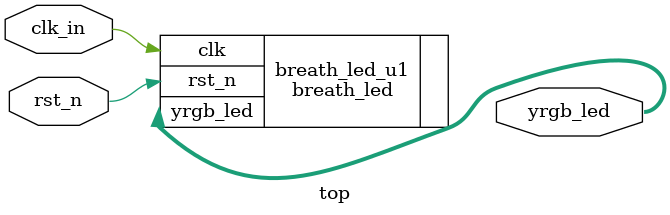
<source format=v>
module top(
	input			clk_in,
	input			rst_n,
	output  [3:0] 	yrgb_led

);

breath_led breath_led_u1(
	.clk	(clk_in),  //12MHz
	.rst_n	(rst_n),
	.yrgb_led	(yrgb_led)  //RGBÈýÉ«µÆ
	
);




endmodule
</source>
